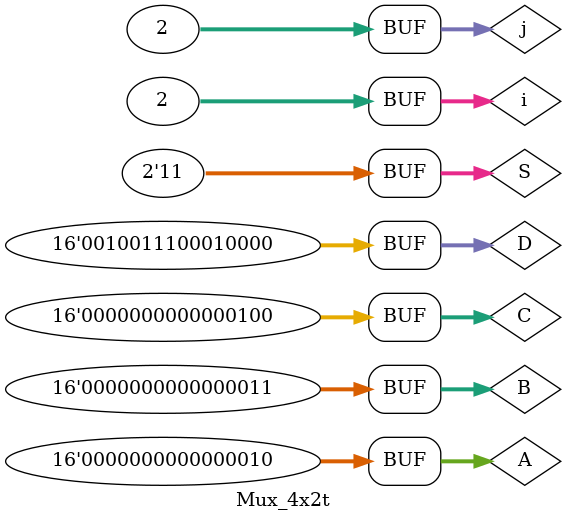
<source format=v>
`timescale 1ns / 1ps


module Mux_4x2t;

	integer i;
	integer j;

	// Inputs
	reg [15:0] A;
	reg [15:0] B;
	reg [15:0] C;
	reg [15:0] D;
	reg [1:0] S;

	// Outputs
	wire [15:0] Out;

	// Instantiate the Unit Under Test (UUT)
	Mux_4x2 uut (
		.A(A), 
		.B(B), 
		.C(C), 
		.D(D), 
		.S(S), 
		.Out(Out)
	);

	initial begin
		// Initialize Inputs
		A = 2;
		B = 3;
		C = 4;
		D = 10000;
		S = 0;

		// Wait 100 ns for global reset to finish
		#100;
        
		// Add stimulus here

		for(i = 0; i < 2; i = i + 1) begin
			for(j = 0; j < 2; j = j + 1) begin
				S[1] <= i;
				S[0] <= j;
				#10;
			end
		end
		
	end
      
endmodule


</source>
